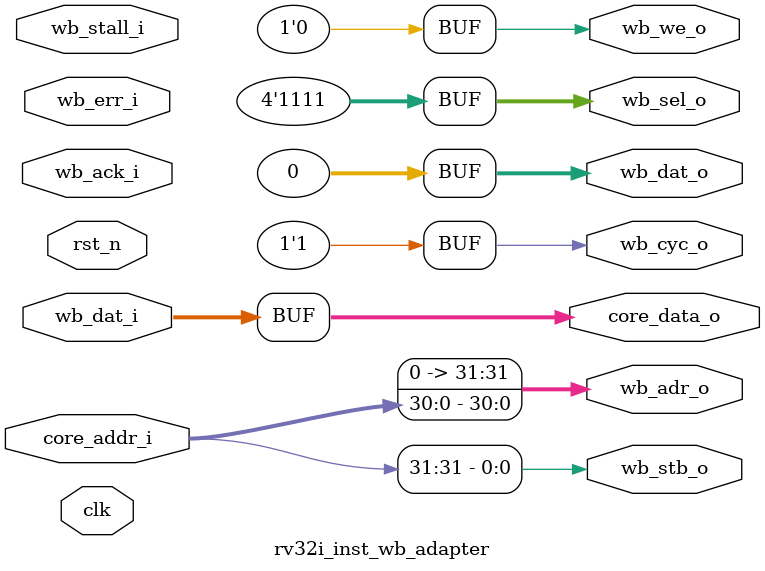
<source format=sv>

`timescale 1ns/1ns

module rv32i_inst_wb_adapter (
    input logic clk,
    input logic rst_n,
    
    // Core side interface
    input  logic [31:0] core_addr_i,
    output logic [31:0] core_data_o,
    
    // Wishbone master interface
    output logic        wb_cyc_o,
    output logic        wb_stb_o,
    output logic        wb_we_o,
    output logic [31:0] wb_adr_o,
    output logic [31:0] wb_dat_o,
    output logic [3:0]  wb_sel_o,
    input  logic        wb_stall_i,
    input  logic        wb_ack_i,
    input  logic [31:0] wb_dat_i,
    input  logic        wb_err_i
);

    localparam D = 1; // Delay for simulation purposes

    // For instruction memory, we need fast access to not stall the pipeline
    // We'll implement a simple approach where we always have a pending request
    // and provide the most recent data
    
    logic [31:0] current_addr;
    logic [31:0] instruction_data;
    logic data_valid;
    logic addr_changed;
    
    // Track address changes
    always_ff @(posedge clk or negedge rst_n) begin
        if (!rst_n) begin
            current_addr <= #D 32'h0;
            addr_changed <= #D 1'b0;
        end else begin
            current_addr <= #D core_addr_i;
            addr_changed <= #D (core_addr_i != current_addr);
        end
    end
    
    // Data storage and validity
    always_ff @(posedge clk or negedge rst_n) begin
        if (!rst_n) begin
            instruction_data <= #D 32'h0;
            data_valid <= #D 1'b0;
        end else if (wb_ack_i) begin
            instruction_data <= #D wb_dat_i;
            data_valid <= #D 1'b1;
        end else if (addr_changed) begin
            data_valid <= #D 1'b0;  // Invalidate on address change
        end
    end
    
    // Wishbone interface - always try to fetch when address changes or data is invalid
    assign wb_cyc_o = 1'b1;
    assign wb_stb_o = core_addr_i[31];
    assign wb_we_o  = 1'b0;  // Read only for instruction fetch
    assign wb_adr_o = {1'b0, core_addr_i[30:0]};
    assign wb_dat_o = 32'h0; // No data output for reads
    assign wb_sel_o = 4'hf;  // Full word access
    
    // Output the instruction data immediately if valid, otherwise provide NOP
    assign core_data_o = wb_dat_i;  // NOP (addi x0, x0, 0)

endmodule

</source>
